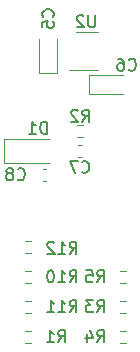
<source format=gbr>
G04 #@! TF.GenerationSoftware,KiCad,Pcbnew,(5.1.10-0-10_14)*
G04 #@! TF.CreationDate,2021-05-24T18:06:32+02:00*
G04 #@! TF.ProjectId,pic-breakout,7069632d-6272-4656-916b-6f75742e6b69,rev?*
G04 #@! TF.SameCoordinates,Original*
G04 #@! TF.FileFunction,Legend,Bot*
G04 #@! TF.FilePolarity,Positive*
%FSLAX46Y46*%
G04 Gerber Fmt 4.6, Leading zero omitted, Abs format (unit mm)*
G04 Created by KiCad (PCBNEW (5.1.10-0-10_14)) date 2021-05-24 18:06:32*
%MOMM*%
%LPD*%
G01*
G04 APERTURE LIST*
%ADD10C,0.120000*%
%ADD11C,0.150000*%
G04 APERTURE END LIST*
D10*
X187349224Y-134507500D02*
X186839776Y-134507500D01*
X187349224Y-133462500D02*
X186839776Y-133462500D01*
X187349224Y-138542500D02*
X186839776Y-138542500D01*
X187349224Y-139587500D02*
X186839776Y-139587500D01*
X187349224Y-136002500D02*
X186839776Y-136002500D01*
X187349224Y-137047500D02*
X186839776Y-137047500D01*
X192257000Y-119484000D02*
X195142000Y-119484000D01*
X192257000Y-121054000D02*
X192257000Y-119484000D01*
X195142000Y-121054000D02*
X192257000Y-121054000D01*
X188000500Y-119274000D02*
X188000500Y-116389000D01*
X189570500Y-119274000D02*
X188000500Y-119274000D01*
X189570500Y-116389000D02*
X189570500Y-119274000D01*
X194920776Y-136002500D02*
X195430224Y-136002500D01*
X194920776Y-137047500D02*
X195430224Y-137047500D01*
X194920776Y-141082500D02*
X195430224Y-141082500D01*
X194920776Y-142127500D02*
X195430224Y-142127500D01*
X194920776Y-138542500D02*
X195430224Y-138542500D01*
X194920776Y-139587500D02*
X195430224Y-139587500D01*
X191794224Y-124728500D02*
X191284776Y-124728500D01*
X191794224Y-123683500D02*
X191284776Y-123683500D01*
X187349224Y-142127500D02*
X186839776Y-142127500D01*
X187349224Y-141082500D02*
X186839776Y-141082500D01*
X185074000Y-126857000D02*
X188974000Y-126857000D01*
X185074000Y-124857000D02*
X188974000Y-124857000D01*
X185074000Y-126857000D02*
X185074000Y-124857000D01*
X188651267Y-128399000D02*
X188358733Y-128399000D01*
X188651267Y-127379000D02*
X188358733Y-127379000D01*
X191343233Y-125347000D02*
X191635767Y-125347000D01*
X191343233Y-126367000D02*
X191635767Y-126367000D01*
X192987500Y-119021500D02*
X190537500Y-119021500D01*
X191187500Y-115801500D02*
X192987500Y-115801500D01*
D11*
X190634857Y-134564380D02*
X190968190Y-134088190D01*
X191206285Y-134564380D02*
X191206285Y-133564380D01*
X190825333Y-133564380D01*
X190730095Y-133612000D01*
X190682476Y-133659619D01*
X190634857Y-133754857D01*
X190634857Y-133897714D01*
X190682476Y-133992952D01*
X190730095Y-134040571D01*
X190825333Y-134088190D01*
X191206285Y-134088190D01*
X189682476Y-134564380D02*
X190253904Y-134564380D01*
X189968190Y-134564380D02*
X189968190Y-133564380D01*
X190063428Y-133707238D01*
X190158666Y-133802476D01*
X190253904Y-133850095D01*
X189301523Y-133659619D02*
X189253904Y-133612000D01*
X189158666Y-133564380D01*
X188920571Y-133564380D01*
X188825333Y-133612000D01*
X188777714Y-133659619D01*
X188730095Y-133754857D01*
X188730095Y-133850095D01*
X188777714Y-133992952D01*
X189349142Y-134564380D01*
X188730095Y-134564380D01*
X190634857Y-139517380D02*
X190968190Y-139041190D01*
X191206285Y-139517380D02*
X191206285Y-138517380D01*
X190825333Y-138517380D01*
X190730095Y-138565000D01*
X190682476Y-138612619D01*
X190634857Y-138707857D01*
X190634857Y-138850714D01*
X190682476Y-138945952D01*
X190730095Y-138993571D01*
X190825333Y-139041190D01*
X191206285Y-139041190D01*
X189682476Y-139517380D02*
X190253904Y-139517380D01*
X189968190Y-139517380D02*
X189968190Y-138517380D01*
X190063428Y-138660238D01*
X190158666Y-138755476D01*
X190253904Y-138803095D01*
X188730095Y-139517380D02*
X189301523Y-139517380D01*
X189015809Y-139517380D02*
X189015809Y-138517380D01*
X189111047Y-138660238D01*
X189206285Y-138755476D01*
X189301523Y-138803095D01*
X190634857Y-136977380D02*
X190968190Y-136501190D01*
X191206285Y-136977380D02*
X191206285Y-135977380D01*
X190825333Y-135977380D01*
X190730095Y-136025000D01*
X190682476Y-136072619D01*
X190634857Y-136167857D01*
X190634857Y-136310714D01*
X190682476Y-136405952D01*
X190730095Y-136453571D01*
X190825333Y-136501190D01*
X191206285Y-136501190D01*
X189682476Y-136977380D02*
X190253904Y-136977380D01*
X189968190Y-136977380D02*
X189968190Y-135977380D01*
X190063428Y-136120238D01*
X190158666Y-136215476D01*
X190253904Y-136263095D01*
X189063428Y-135977380D02*
X188968190Y-135977380D01*
X188872952Y-136025000D01*
X188825333Y-136072619D01*
X188777714Y-136167857D01*
X188730095Y-136358333D01*
X188730095Y-136596428D01*
X188777714Y-136786904D01*
X188825333Y-136882142D01*
X188872952Y-136929761D01*
X188968190Y-136977380D01*
X189063428Y-136977380D01*
X189158666Y-136929761D01*
X189206285Y-136882142D01*
X189253904Y-136786904D01*
X189301523Y-136596428D01*
X189301523Y-136358333D01*
X189253904Y-136167857D01*
X189206285Y-136072619D01*
X189158666Y-136025000D01*
X189063428Y-135977380D01*
X195619666Y-118975142D02*
X195667285Y-119022761D01*
X195810142Y-119070380D01*
X195905380Y-119070380D01*
X196048238Y-119022761D01*
X196143476Y-118927523D01*
X196191095Y-118832285D01*
X196238714Y-118641809D01*
X196238714Y-118498952D01*
X196191095Y-118308476D01*
X196143476Y-118213238D01*
X196048238Y-118118000D01*
X195905380Y-118070380D01*
X195810142Y-118070380D01*
X195667285Y-118118000D01*
X195619666Y-118165619D01*
X194762523Y-118070380D02*
X194953000Y-118070380D01*
X195048238Y-118118000D01*
X195095857Y-118165619D01*
X195191095Y-118308476D01*
X195238714Y-118498952D01*
X195238714Y-118879904D01*
X195191095Y-118975142D01*
X195143476Y-119022761D01*
X195048238Y-119070380D01*
X194857761Y-119070380D01*
X194762523Y-119022761D01*
X194714904Y-118975142D01*
X194667285Y-118879904D01*
X194667285Y-118641809D01*
X194714904Y-118546571D01*
X194762523Y-118498952D01*
X194857761Y-118451333D01*
X195048238Y-118451333D01*
X195143476Y-118498952D01*
X195191095Y-118546571D01*
X195238714Y-118641809D01*
X189206142Y-114514333D02*
X189253761Y-114466714D01*
X189301380Y-114323857D01*
X189301380Y-114228619D01*
X189253761Y-114085761D01*
X189158523Y-113990523D01*
X189063285Y-113942904D01*
X188872809Y-113895285D01*
X188729952Y-113895285D01*
X188539476Y-113942904D01*
X188444238Y-113990523D01*
X188349000Y-114085761D01*
X188301380Y-114228619D01*
X188301380Y-114323857D01*
X188349000Y-114466714D01*
X188396619Y-114514333D01*
X188301380Y-115419095D02*
X188301380Y-114942904D01*
X188777571Y-114895285D01*
X188729952Y-114942904D01*
X188682333Y-115038142D01*
X188682333Y-115276238D01*
X188729952Y-115371476D01*
X188777571Y-115419095D01*
X188872809Y-115466714D01*
X189110904Y-115466714D01*
X189206142Y-115419095D01*
X189253761Y-115371476D01*
X189301380Y-115276238D01*
X189301380Y-115038142D01*
X189253761Y-114942904D01*
X189206142Y-114895285D01*
X192952666Y-136977380D02*
X193286000Y-136501190D01*
X193524095Y-136977380D02*
X193524095Y-135977380D01*
X193143142Y-135977380D01*
X193047904Y-136025000D01*
X193000285Y-136072619D01*
X192952666Y-136167857D01*
X192952666Y-136310714D01*
X193000285Y-136405952D01*
X193047904Y-136453571D01*
X193143142Y-136501190D01*
X193524095Y-136501190D01*
X192047904Y-135977380D02*
X192524095Y-135977380D01*
X192571714Y-136453571D01*
X192524095Y-136405952D01*
X192428857Y-136358333D01*
X192190761Y-136358333D01*
X192095523Y-136405952D01*
X192047904Y-136453571D01*
X192000285Y-136548809D01*
X192000285Y-136786904D01*
X192047904Y-136882142D01*
X192095523Y-136929761D01*
X192190761Y-136977380D01*
X192428857Y-136977380D01*
X192524095Y-136929761D01*
X192571714Y-136882142D01*
X192952666Y-142057380D02*
X193286000Y-141581190D01*
X193524095Y-142057380D02*
X193524095Y-141057380D01*
X193143142Y-141057380D01*
X193047904Y-141105000D01*
X193000285Y-141152619D01*
X192952666Y-141247857D01*
X192952666Y-141390714D01*
X193000285Y-141485952D01*
X193047904Y-141533571D01*
X193143142Y-141581190D01*
X193524095Y-141581190D01*
X192095523Y-141390714D02*
X192095523Y-142057380D01*
X192333619Y-141009761D02*
X192571714Y-141724047D01*
X191952666Y-141724047D01*
X192952666Y-139517380D02*
X193286000Y-139041190D01*
X193524095Y-139517380D02*
X193524095Y-138517380D01*
X193143142Y-138517380D01*
X193047904Y-138565000D01*
X193000285Y-138612619D01*
X192952666Y-138707857D01*
X192952666Y-138850714D01*
X193000285Y-138945952D01*
X193047904Y-138993571D01*
X193143142Y-139041190D01*
X193524095Y-139041190D01*
X192619333Y-138517380D02*
X192000285Y-138517380D01*
X192333619Y-138898333D01*
X192190761Y-138898333D01*
X192095523Y-138945952D01*
X192047904Y-138993571D01*
X192000285Y-139088809D01*
X192000285Y-139326904D01*
X192047904Y-139422142D01*
X192095523Y-139469761D01*
X192190761Y-139517380D01*
X192476476Y-139517380D01*
X192571714Y-139469761D01*
X192619333Y-139422142D01*
X191706166Y-123388380D02*
X192039500Y-122912190D01*
X192277595Y-123388380D02*
X192277595Y-122388380D01*
X191896642Y-122388380D01*
X191801404Y-122436000D01*
X191753785Y-122483619D01*
X191706166Y-122578857D01*
X191706166Y-122721714D01*
X191753785Y-122816952D01*
X191801404Y-122864571D01*
X191896642Y-122912190D01*
X192277595Y-122912190D01*
X191325214Y-122483619D02*
X191277595Y-122436000D01*
X191182357Y-122388380D01*
X190944261Y-122388380D01*
X190849023Y-122436000D01*
X190801404Y-122483619D01*
X190753785Y-122578857D01*
X190753785Y-122674095D01*
X190801404Y-122816952D01*
X191372833Y-123388380D01*
X190753785Y-123388380D01*
X189650666Y-142057380D02*
X189984000Y-141581190D01*
X190222095Y-142057380D02*
X190222095Y-141057380D01*
X189841142Y-141057380D01*
X189745904Y-141105000D01*
X189698285Y-141152619D01*
X189650666Y-141247857D01*
X189650666Y-141390714D01*
X189698285Y-141485952D01*
X189745904Y-141533571D01*
X189841142Y-141581190D01*
X190222095Y-141581190D01*
X188698285Y-142057380D02*
X189269714Y-142057380D01*
X188984000Y-142057380D02*
X188984000Y-141057380D01*
X189079238Y-141200238D01*
X189174476Y-141295476D01*
X189269714Y-141343095D01*
X188698095Y-124404380D02*
X188698095Y-123404380D01*
X188460000Y-123404380D01*
X188317142Y-123452000D01*
X188221904Y-123547238D01*
X188174285Y-123642476D01*
X188126666Y-123832952D01*
X188126666Y-123975809D01*
X188174285Y-124166285D01*
X188221904Y-124261523D01*
X188317142Y-124356761D01*
X188460000Y-124404380D01*
X188698095Y-124404380D01*
X187174285Y-124404380D02*
X187745714Y-124404380D01*
X187460000Y-124404380D02*
X187460000Y-123404380D01*
X187555238Y-123547238D01*
X187650476Y-123642476D01*
X187745714Y-123690095D01*
X186221666Y-128246142D02*
X186269285Y-128293761D01*
X186412142Y-128341380D01*
X186507380Y-128341380D01*
X186650238Y-128293761D01*
X186745476Y-128198523D01*
X186793095Y-128103285D01*
X186840714Y-127912809D01*
X186840714Y-127769952D01*
X186793095Y-127579476D01*
X186745476Y-127484238D01*
X186650238Y-127389000D01*
X186507380Y-127341380D01*
X186412142Y-127341380D01*
X186269285Y-127389000D01*
X186221666Y-127436619D01*
X185650238Y-127769952D02*
X185745476Y-127722333D01*
X185793095Y-127674714D01*
X185840714Y-127579476D01*
X185840714Y-127531857D01*
X185793095Y-127436619D01*
X185745476Y-127389000D01*
X185650238Y-127341380D01*
X185459761Y-127341380D01*
X185364523Y-127389000D01*
X185316904Y-127436619D01*
X185269285Y-127531857D01*
X185269285Y-127579476D01*
X185316904Y-127674714D01*
X185364523Y-127722333D01*
X185459761Y-127769952D01*
X185650238Y-127769952D01*
X185745476Y-127817571D01*
X185793095Y-127865190D01*
X185840714Y-127960428D01*
X185840714Y-128150904D01*
X185793095Y-128246142D01*
X185745476Y-128293761D01*
X185650238Y-128341380D01*
X185459761Y-128341380D01*
X185364523Y-128293761D01*
X185316904Y-128246142D01*
X185269285Y-128150904D01*
X185269285Y-127960428D01*
X185316904Y-127865190D01*
X185364523Y-127817571D01*
X185459761Y-127769952D01*
X191656166Y-127644142D02*
X191703785Y-127691761D01*
X191846642Y-127739380D01*
X191941880Y-127739380D01*
X192084738Y-127691761D01*
X192179976Y-127596523D01*
X192227595Y-127501285D01*
X192275214Y-127310809D01*
X192275214Y-127167952D01*
X192227595Y-126977476D01*
X192179976Y-126882238D01*
X192084738Y-126787000D01*
X191941880Y-126739380D01*
X191846642Y-126739380D01*
X191703785Y-126787000D01*
X191656166Y-126834619D01*
X191322833Y-126739380D02*
X190656166Y-126739380D01*
X191084738Y-127739380D01*
X192785904Y-114387380D02*
X192785904Y-115196904D01*
X192738285Y-115292142D01*
X192690666Y-115339761D01*
X192595428Y-115387380D01*
X192404952Y-115387380D01*
X192309714Y-115339761D01*
X192262095Y-115292142D01*
X192214476Y-115196904D01*
X192214476Y-114387380D01*
X191785904Y-114482619D02*
X191738285Y-114435000D01*
X191643047Y-114387380D01*
X191404952Y-114387380D01*
X191309714Y-114435000D01*
X191262095Y-114482619D01*
X191214476Y-114577857D01*
X191214476Y-114673095D01*
X191262095Y-114815952D01*
X191833523Y-115387380D01*
X191214476Y-115387380D01*
M02*

</source>
